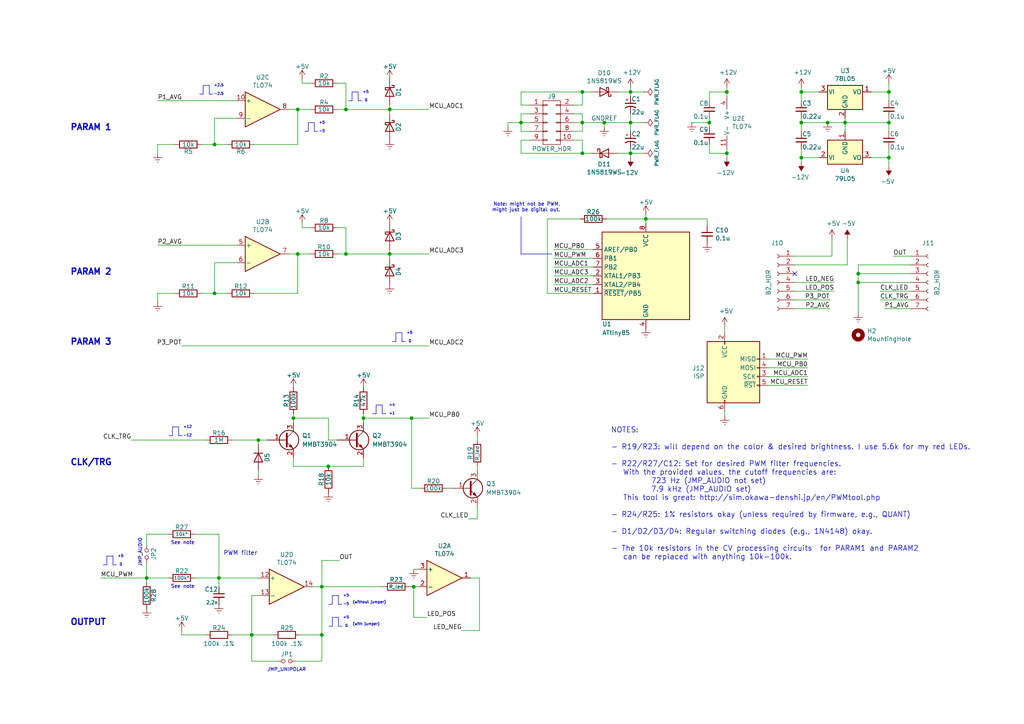
<source format=kicad_sch>
(kicad_sch (version 20230121) (generator eeschema)
  (paper "A4")
  (title_block (title "JoyfulNoise Tiny Utility Board - Board 2 - Main Board") (date "2021-02-06") (rev "0.3") (company "Created by Ben Reeves") (comment 1 "This hardware is open source under CC BY-SA 4.0"))
  (junction (at 232.41 45.72))
  (junction (at 86.36 31.75))
  (junction (at 232.41 26.67))
  (junction (at 73.025 184.15))
  (junction (at 62.23 41.91))
  (junction (at 168.91 35.56))
  (junction (at 257.81 26.67))
  (junction (at 187.325 63.5))
  (junction (at 168.91 44.45))
  (junction (at 257.81 35.56))
  (junction (at 100.33 73.66))
  (junction (at 63.5 167.64))
  (junction (at 248.92 81.915))
  (junction (at 42.545 167.64))
  (junction (at 113.03 31.75))
  (junction (at 119.38 121.285))
  (junction (at 257.81 45.72))
  (junction (at 205.74 35.56))
  (junction (at 182.88 44.45))
  (junction (at 210.82 44.45))
  (junction (at 86.36 73.66))
  (junction (at 245.11 35.56))
  (junction (at 210.82 26.67))
  (junction (at 182.88 26.67))
  (junction (at 74.93 127.635))
  (junction (at 168.91 26.67))
  (junction (at 175.26 35.56))
  (junction (at 105.41 121.285))
  (junction (at 151.13 35.56))
  (junction (at 182.88 35.56))
  (junction (at 248.92 79.375))
  (junction (at 95.25 135.255))
  (junction (at 113.03 73.66))
  (junction (at 93.345 170.18))
  (junction (at 100.33 31.75))
  (junction (at 232.41 35.56))
  (junction (at 240.03 35.56))
  (junction (at 85.09 121.285))
  (junction (at 120.015 170.18))
  (junction (at 62.23 85.09))
  (junction (at 93.345 184.15))
  (no_connect (at 230.505 79.375))
  (wire (pts (xy 68.58 34.29) (xy 62.23 34.29)))
  (wire (pts (xy 100.33 66.04) (xy 100.33 73.66)))
  (polyline (pts (xy 109.093 120.015) (xy 108.077 120.015)))
  (wire (pts (xy 93.345 170.18) (xy 111.125 170.18)))
  (wire (pts (xy 259.08 74.295) (xy 264.16 74.295)))
  (wire (pts (xy 182.88 33.02) (xy 182.88 35.56)))
  (wire (pts (xy 205.74 44.45) (xy 205.74 41.91)))
  (wire (pts (xy 232.41 35.56) (xy 232.41 38.1)))
  (wire (pts (xy 129.54 141.605) (xy 130.81 141.605)))
  (wire (pts (xy 255.27 86.995) (xy 264.16 86.995)))
  (wire (pts (xy 186.69 44.45) (xy 182.88 44.45)))
  (wire (pts (xy 42.545 158.115) (xy 42.545 154.94)))
  (wire (pts (xy 248.92 76.835) (xy 264.16 76.835)))
  (wire (pts (xy 56.515 154.94) (xy 63.5 154.94)))
  (wire (pts (xy 74.93 127.635) (xy 77.47 127.635)))
  (wire (pts (xy 151.13 38.1) (xy 153.67 38.1)))
  (polyline (pts (xy 104.902 29.21) (xy 103.886 29.21)))
  (wire (pts (xy 118.745 170.18) (xy 120.015 170.18)))
  (wire (pts (xy 73.025 191.77) (xy 80.645 191.77)))
  (wire (pts (xy 45.72 85.09) (xy 50.8 85.09)))
  (wire (pts (xy 151.13 40.64) (xy 151.13 44.45)))
  (polyline (pts (xy 99.187 181.61) (xy 98.171 181.61)))
  (wire (pts (xy 42.545 167.64) (xy 42.545 168.91)))
  (polyline (pts (xy 103.886 26.67) (xy 102.108 26.67)))
  (wire (pts (xy 175.26 36.83) (xy 175.26 35.56)))
  (polyline (pts (xy 30.988 163.83) (xy 29.972 163.83)))
  (wire (pts (xy 182.88 26.67) (xy 186.69 26.67)))
  (wire (pts (xy 95.25 127.635) (xy 97.79 127.635)))
  (wire (pts (xy 264.16 84.455) (xy 255.27 84.455)))
  (wire (pts (xy 222.885 106.68) (xy 234.315 106.68)))
  (wire (pts (xy 85.09 120.015) (xy 85.09 121.285)))
  (wire (pts (xy 168.91 26.67) (xy 168.91 30.48)))
  (wire (pts (xy 175.895 63.5) (xy 187.325 63.5)))
  (wire (pts (xy 67.31 184.15) (xy 73.025 184.15)))
  (wire (pts (xy 120.015 179.07) (xy 123.825 179.07)))
  (wire (pts (xy 42.545 163.195) (xy 42.545 167.64)))
  (wire (pts (xy 256.54 89.535) (xy 264.16 89.535)))
  (wire (pts (xy 151.13 26.67) (xy 168.91 26.67)))
  (wire (pts (xy 168.91 33.02) (xy 168.91 35.56)))
  (wire (pts (xy 45.72 29.21) (xy 68.58 29.21)))
  (wire (pts (xy 179.07 26.67) (xy 182.88 26.67)))
  (wire (pts (xy 257.81 26.67) (xy 257.81 29.21)))
  (wire (pts (xy 158.75 85.09) (xy 172.085 85.09)))
  (wire (pts (xy 232.41 43.18) (xy 232.41 45.72)))
  (wire (pts (xy 85.09 132.715) (xy 85.09 135.255)))
  (polyline (pts (xy 114.808 99.06) (xy 113.792 99.06)))
  (polyline (pts (xy 61.722 27.305) (xy 60.706 27.305)))
  (wire (pts (xy 97.79 31.75) (xy 100.33 31.75)))
  (wire (pts (xy 168.91 33.02) (xy 166.37 33.02)))
  (polyline (pts (xy 116.586 99.06) (xy 116.586 96.52)))
  (wire (pts (xy 85.09 121.285) (xy 95.25 121.285)))
  (wire (pts (xy 97.79 73.66) (xy 100.33 73.66)))
  (wire (pts (xy 257.81 43.18) (xy 257.81 45.72)))
  (polyline (pts (xy 102.108 29.21) (xy 101.092 29.21)))
  (wire (pts (xy 52.705 100.33) (xy 124.46 100.33)))
  (polyline (pts (xy 96.393 175.26) (xy 95.377 175.26)))
  (wire (pts (xy 151.13 33.02) (xy 151.13 35.56)))
  (wire (pts (xy 210.185 119.38) (xy 210.185 120.65)))
  (wire (pts (xy 83.82 31.75) (xy 86.36 31.75)))
  (polyline (pts (xy 30.988 161.29) (xy 30.988 163.83)))
  (polyline (pts (xy 89.408 38.1) (xy 88.392 38.1)))
  (polyline (pts (xy 91.186 38.1) (xy 91.186 35.56)))
  (wire (pts (xy 234.315 111.76) (xy 222.885 111.76)))
  (wire (pts (xy 90.805 170.18) (xy 93.345 170.18)))
  (polyline (pts (xy 96.393 172.72) (xy 96.393 175.26)))
  (polyline (pts (xy 116.586 96.52) (xy 114.808 96.52)))
  (wire (pts (xy 240.03 35.56) (xy 245.11 35.56)))
  (wire (pts (xy 86.36 85.09) (xy 86.36 73.66)))
  (wire (pts (xy 38.1 127.635) (xy 59.69 127.635)))
  (wire (pts (xy 179.07 44.45) (xy 182.88 44.45)))
  (wire (pts (xy 68.58 76.2) (xy 62.23 76.2)))
  (wire (pts (xy 264.16 79.375) (xy 248.92 79.375)))
  (polyline (pts (xy 52.832 126.365) (xy 51.816 126.365)))
  (wire (pts (xy 158.75 63.5) (xy 158.75 85.09)))
  (wire (pts (xy 113.03 30.48) (xy 113.03 31.75)))
  (wire (pts (xy 113.03 73.66) (xy 113.03 74.93)))
  (wire (pts (xy 234.315 104.14) (xy 222.885 104.14)))
  (wire (pts (xy 52.705 184.15) (xy 59.69 184.15)))
  (wire (pts (xy 63.5 154.94) (xy 63.5 167.64)))
  (wire (pts (xy 86.36 31.75) (xy 90.17 31.75)))
  (polyline (pts (xy 51.816 123.825) (xy 50.038 123.825)))
  (polyline (pts (xy 51.816 126.365) (xy 51.816 123.825)))
  (wire (pts (xy 232.41 45.72) (xy 232.41 46.99)))
  (polyline (pts (xy 96.393 181.61) (xy 95.377 181.61)))
  (wire (pts (xy 210.82 26.67) (xy 210.82 27.94)))
  (wire (pts (xy 105.41 120.015) (xy 105.41 121.285)))
  (wire (pts (xy 205.105 63.5) (xy 205.105 65.405)))
  (wire (pts (xy 120.015 170.18) (xy 120.015 179.07)))
  (wire (pts (xy 252.73 45.72) (xy 257.81 45.72)))
  (polyline (pts (xy 50.038 126.365) (xy 49.022 126.365)))
  (wire (pts (xy 182.88 43.18) (xy 182.88 44.45)))
  (polyline (pts (xy 33.782 163.83) (xy 32.766 163.83)))
  (wire (pts (xy 232.41 45.72) (xy 237.49 45.72)))
  (wire (pts (xy 245.11 34.29) (xy 245.11 35.56)))
  (wire (pts (xy 93.345 162.56) (xy 98.425 162.56)))
  (wire (pts (xy 119.38 121.285) (xy 119.38 141.605)))
  (wire (pts (xy 29.21 167.64) (xy 42.545 167.64)))
  (polyline (pts (xy 110.871 117.475) (xy 109.093 117.475)))
  (wire (pts (xy 113.03 72.39) (xy 113.03 73.66)))
  (wire (pts (xy 86.36 41.91) (xy 86.36 31.75)))
  (polyline (pts (xy 102.108 26.67) (xy 102.108 29.21)))
  (wire (pts (xy 73.025 184.15) (xy 73.025 191.77)))
  (wire (pts (xy 248.92 81.915) (xy 264.16 81.915)))
  (wire (pts (xy 168.91 38.1) (xy 166.37 38.1)))
  (wire (pts (xy 158.75 63.5) (xy 168.275 63.5)))
  (wire (pts (xy 187.325 62.23) (xy 187.325 63.5)))
  (wire (pts (xy 205.74 44.45) (xy 210.82 44.45)))
  (wire (pts (xy 182.88 44.45) (xy 182.88 45.72)))
  (wire (pts (xy 83.82 73.66) (xy 86.36 73.66)))
  (polyline (pts (xy 98.171 179.07) (xy 96.393 179.07)))
  (wire (pts (xy 182.88 35.56) (xy 186.69 35.56)))
  (wire (pts (xy 87.63 22.86) (xy 87.63 24.13)))
  (wire (pts (xy 240.665 89.535) (xy 230.505 89.535)))
  (wire (pts (xy 56.515 167.64) (xy 63.5 167.64)))
  (wire (pts (xy 75.565 172.72) (xy 73.025 172.72)))
  (wire (pts (xy 232.41 35.56) (xy 240.03 35.56)))
  (wire (pts (xy 73.025 172.72) (xy 73.025 184.15)))
  (wire (pts (xy 74.93 128.905) (xy 74.93 127.635)))
  (wire (pts (xy 232.41 35.56) (xy 232.41 34.29)))
  (wire (pts (xy 200.66 35.56) (xy 205.74 35.56)))
  (wire (pts (xy 182.88 25.4) (xy 182.88 26.67)))
  (wire (pts (xy 105.41 135.255) (xy 105.41 132.715)))
  (wire (pts (xy 210.82 25.4) (xy 210.82 26.67)))
  (polyline (pts (xy 110.871 120.015) (xy 110.871 117.475)))
  (wire (pts (xy 147.32 35.56) (xy 147.32 36.83)))
  (wire (pts (xy 73.66 85.09) (xy 86.36 85.09)))
  (wire (pts (xy 257.81 45.72) (xy 257.81 48.26)))
  (polyline (pts (xy 111.887 120.015) (xy 110.871 120.015)))
  (wire (pts (xy 232.41 26.67) (xy 237.49 26.67)))
  (wire (pts (xy 230.505 81.915) (xy 241.935 81.915)))
  (polyline (pts (xy 50.038 123.825) (xy 50.038 126.365)))
  (wire (pts (xy 85.09 121.285) (xy 85.09 122.555)))
  (wire (pts (xy 45.72 71.12) (xy 68.58 71.12)))
  (polyline (pts (xy 91.186 35.56) (xy 89.408 35.56)))
  (wire (pts (xy 187.325 63.5) (xy 187.325 64.77)))
  (polyline (pts (xy 98.171 172.72) (xy 96.393 172.72)))
  (wire (pts (xy 97.79 66.04) (xy 100.33 66.04)))
  (wire (pts (xy 151.13 26.67) (xy 151.13 30.48)))
  (wire (pts (xy 62.23 85.09) (xy 66.04 85.09)))
  (wire (pts (xy 245.745 76.835) (xy 245.745 69.215)))
  (polyline (pts (xy 92.202 38.1) (xy 91.186 38.1)))
  (wire (pts (xy 45.72 44.45) (xy 45.72 41.91)))
  (wire (pts (xy 138.43 146.685) (xy 138.43 150.495)))
  (wire (pts (xy 105.41 121.285) (xy 105.41 122.555)))
  (wire (pts (xy 175.26 35.56) (xy 182.88 35.56)))
  (wire (pts (xy 168.91 40.64) (xy 166.37 40.64)))
  (wire (pts (xy 100.33 31.75) (xy 113.03 31.75)))
  (wire (pts (xy 100.33 73.66) (xy 113.03 73.66)))
  (wire (pts (xy 97.79 24.13) (xy 100.33 24.13)))
  (wire (pts (xy 93.345 184.15) (xy 86.995 184.15)))
  (wire (pts (xy 63.5 167.64) (xy 75.565 167.64)))
  (polyline (pts (xy 58.928 27.305) (xy 57.912 27.305)))
  (wire (pts (xy 205.74 35.56) (xy 205.74 36.83)))
  (wire (pts (xy 168.91 35.56) (xy 168.91 38.1)))
  (wire (pts (xy 151.13 35.56) (xy 151.13 38.1)))
  (wire (pts (xy 87.63 66.04) (xy 90.17 66.04)))
  (wire (pts (xy 87.63 24.13) (xy 90.17 24.13)))
  (wire (pts (xy 67.31 127.635) (xy 74.93 127.635)))
  (wire (pts (xy 138.43 150.495) (xy 135.89 150.495)))
  (wire (pts (xy 52.705 182.88) (xy 52.705 184.15)))
  (wire (pts (xy 86.36 73.66) (xy 90.17 73.66)))
  (wire (pts (xy 87.63 64.77) (xy 87.63 66.04)))
  (wire (pts (xy 113.03 73.66) (xy 124.46 73.66)))
  (wire (pts (xy 45.72 87.63) (xy 45.72 85.09)))
  (polyline (pts (xy 109.093 117.475) (xy 109.093 120.015)))
  (wire (pts (xy 93.345 191.77) (xy 85.725 191.77)))
  (wire (pts (xy 160.655 80.01) (xy 172.085 80.01)))
  (wire (pts (xy 168.91 26.67) (xy 171.45 26.67)))
  (wire (pts (xy 234.315 109.22) (xy 222.885 109.22)))
  (wire (pts (xy 172.085 82.55) (xy 160.655 82.55)))
  (polyline (pts (xy 60.706 24.765) (xy 58.928 24.765)))
  (wire (pts (xy 168.91 44.45) (xy 171.45 44.45)))
  (wire (pts (xy 182.88 26.67) (xy 182.88 27.94)))
  (wire (pts (xy 153.67 33.02) (xy 151.13 33.02)))
  (wire (pts (xy 172.085 72.39) (xy 160.655 72.39)))
  (wire (pts (xy 205.74 26.67) (xy 205.74 29.21)))
  (wire (pts (xy 58.42 41.91) (xy 62.23 41.91)))
  (polyline (pts (xy 103.886 29.21) (xy 103.886 26.67)))
  (wire (pts (xy 133.985 182.88) (xy 139.065 182.88)))
  (wire (pts (xy 42.545 167.64) (xy 48.895 167.64)))
  (wire (pts (xy 63.5 167.64) (xy 63.5 170.18)))
  (wire (pts (xy 119.38 121.285) (xy 124.46 121.285)))
  (wire (pts (xy 93.345 170.18) (xy 93.345 184.15)))
  (wire (pts (xy 230.505 74.295) (xy 241.3 74.295)))
  (wire (pts (xy 248.92 81.915) (xy 248.92 90.805)))
  (wire (pts (xy 205.74 26.67) (xy 210.82 26.67)))
  (wire (pts (xy 42.545 154.94) (xy 48.895 154.94)))
  (wire (pts (xy 232.41 25.4) (xy 232.41 26.67)))
  (wire (pts (xy 105.41 121.285) (xy 119.38 121.285)))
  (wire (pts (xy 138.43 126.365) (xy 138.43 127.635)))
  (polyline (pts (xy 60.706 27.305) (xy 60.706 24.765)))
  (wire (pts (xy 210.82 45.72) (xy 210.82 44.45)))
  (wire (pts (xy 151.13 44.45) (xy 168.91 44.45)))
  (wire (pts (xy 230.505 76.835) (xy 245.745 76.835)))
  (polyline (pts (xy 89.408 35.56) (xy 89.408 38.1)))
  (polyline (pts (xy 58.928 24.765) (xy 58.928 27.305)))
  (wire (pts (xy 245.11 35.56) (xy 257.81 35.56)))
  (wire (pts (xy 160.655 74.93) (xy 172.085 74.93)))
  (wire (pts (xy 139.065 167.64) (xy 136.525 167.64)))
  (wire (pts (xy 153.67 40.64) (xy 151.13 40.64)))
  (wire (pts (xy 182.88 35.56) (xy 182.88 38.1)))
  (wire (pts (xy 166.37 35.56) (xy 168.91 35.56)))
  (wire (pts (xy 248.92 79.375) (xy 248.92 76.835)))
  (wire (pts (xy 147.32 35.56) (xy 151.13 35.56)))
  (wire (pts (xy 245.11 38.1) (xy 245.11 35.56)))
  (polyline (pts (xy 151.13 73.66) (xy 160.02 73.66)))
  (polyline (pts (xy 98.171 181.61) (xy 98.171 179.07)))
  (polyline (pts (xy 114.808 96.52) (xy 114.808 99.06)))
  (wire (pts (xy 62.23 41.91) (xy 66.04 41.91)))
  (wire (pts (xy 45.72 41.91) (xy 50.8 41.91)))
  (wire (pts (xy 113.03 31.75) (xy 124.46 31.75)))
  (wire (pts (xy 232.41 26.67) (xy 232.41 29.21)))
  (wire (pts (xy 187.325 63.5) (xy 205.105 63.5)))
  (wire (pts (xy 168.91 35.56) (xy 175.26 35.56)))
  (wire (pts (xy 257.81 24.13) (xy 257.81 26.67)))
  (wire (pts (xy 151.13 30.48) (xy 153.67 30.48)))
  (polyline (pts (xy 98.171 175.26) (xy 98.171 172.72)))
  (wire (pts (xy 74.93 136.525) (xy 74.93 137.795)))
  (wire (pts (xy 210.185 96.52) (xy 210.185 94.615)))
  (wire (pts (xy 95.25 135.255) (xy 105.41 135.255)))
  (polyline (pts (xy 151.13 62.865) (xy 151.13 73.66)))
  (wire (pts (xy 241.3 69.215) (xy 241.3 74.295)))
  (wire (pts (xy 93.345 184.15) (xy 93.345 191.77)))
  (wire (pts (xy 73.025 184.15) (xy 79.375 184.15)))
  (wire (pts (xy 100.33 24.13) (xy 100.33 31.75)))
  (polyline (pts (xy 117.602 99.06) (xy 116.586 99.06)))
  (wire (pts (xy 121.285 165.1) (xy 120.015 165.1)))
  (wire (pts (xy 73.66 41.91) (xy 86.36 41.91)))
  (wire (pts (xy 139.065 182.88) (xy 139.065 167.64)))
  (polyline (pts (xy 32.766 161.29) (xy 30.988 161.29)))
  (wire (pts (xy 210.82 44.45) (xy 210.82 43.18)))
  (polyline (pts (xy 96.393 179.07) (xy 96.393 181.61)))
  (wire (pts (xy 252.73 26.67) (xy 257.81 26.67)))
  (wire (pts (xy 62.23 76.2) (xy 62.23 85.09)))
  (wire (pts (xy 257.81 34.29) (xy 257.81 35.56)))
  (wire (pts (xy 248.92 81.915) (xy 248.92 79.375)))
  (wire (pts (xy 205.74 34.29) (xy 205.74 35.56)))
  (wire (pts (xy 58.42 85.09) (xy 62.23 85.09)))
  (wire (pts (xy 113.03 31.75) (xy 113.03 33.02)))
  (wire (pts (xy 62.23 34.29) (xy 62.23 41.91)))
  (wire (pts (xy 120.015 170.18) (xy 121.285 170.18)))
  (wire (pts (xy 168.91 40.64) (xy 168.91 44.45)))
  (wire (pts (xy 168.91 30.48) (xy 166.37 30.48)))
  (wire (pts (xy 95.25 121.285) (xy 95.25 127.635)))
  (wire (pts (xy 230.505 84.455) (xy 241.935 84.455)))
  (wire (pts (xy 119.38 141.605) (xy 121.92 141.605)))
  (wire (pts (xy 138.43 135.255) (xy 138.43 136.525)))
  (wire (pts (xy 230.505 86.995) (xy 240.665 86.995)))
  (wire (pts (xy 85.09 135.255) (xy 95.25 135.255)))
  (wire (pts (xy 257.81 35.56) (xy 257.81 38.1)))
  (wire (pts (xy 93.345 162.56) (xy 93.345 170.18)))
  (wire (pts (xy 151.13 35.56) (xy 153.67 35.56)))
  (polyline (pts (xy 99.187 175.26) (xy 98.171 175.26)))
  (wire (pts (xy 172.085 77.47) (xy 160.655 77.47)))
  (polyline (pts (xy 32.766 163.83) (xy 32.766 161.29)))
  (text "OUTPUT" (at 20.32 181.61 0) (effects (font (size 1.778 1.778) (thickness 0.3556) bold) (justify left bottom)))
  (text "JMP_AUDIO" (at 41.275 164.465 90) (effects (font (size 1.016 1.016)) (justify left bottom)))
  (text "+5\n\n-5" (at 92.456 38.608 0) (effects (font (size 0.762 0.762)) (justify left bottom)))
  (text "Note: might not be PWM,\nmight just be digital out." (at 162.56 61.595 0) (effects (font (size 1.016 1.016)) (justify right bottom)))
  (text "CLK/TRG" (at 20.32 135.255 0) (effects (font (size 1.778 1.778) (thickness 0.3556) bold) (justify left bottom)))
  (text "NOTES:\n\n- R19/R23: will depend on the color & desired brightness. I use 5.6k for my red LEDs.\n\n- R22/R27/C12: Set for desired PWM filter frequencies.\n   With the provided values, the cutoff frequencies are:\n          723 Hz (JMP_AUDIO not set)\n          7.9 kHz (JMP_AUDIO set)\n   This tool is great: http://sim.okawa-denshi.jp/en/PWMtool.php\n\n- R24/R25: 1% resistors okay (unless required by firmware, e.g., QUANT)\n\n- D1/D2/D3/D4: Regular switching diodes (e.g., 1N4148) okay.\n\n- The 10k resistors in the CV processing circuits  for PARAM1 and PARAM2\n   can be replaced with anything 10k-100k." (at 177.165 162.56 0) (effects (font (size 1.524 1.524)) (justify left bottom)))
  (text "See note" (at 49.53 170.815 0) (effects (font (size 1.016 1.016)) (justify left bottom)))
  (text "+5\n\n 0" (at 99.441 182.118 0) (effects (font (size 0.762 0.762)) (justify left bottom)))
  (text "JMP_UNIPOLAR" (at 77.47 194.945 0) (effects (font (size 1.016 1.016)) (justify left bottom)))
  (text "+5\n\n 0" (at 105.156 29.718 0) (effects (font (size 0.762 0.762)) (justify left bottom)))
  (text "+4\n\n+1" (at 112.776 120.523 0) (effects (font (size 0.762 0.762)) (justify left bottom)))
  (text "+5\n\n 0" (at 34.036 164.338 0) (effects (font (size 0.762 0.762)) (justify left bottom)))
  (text "(with jumper)" (at 102.235 181.61 0) (effects (font (size 0.762 0.762)) (justify left bottom)))
  (text "(without jumper)" (at 102.235 175.26 0) (effects (font (size 0.762 0.762)) (justify left bottom)))
  (text "PWM filter" (at 64.77 161.29 0) (effects (font (size 1.27 1.27)) (justify left bottom)))
  (text "+12\n\n-12" (at 53.086 126.873 0) (effects (font (size 0.762 0.762)) (justify left bottom)))
  (text "PARAM 3" (at 20.32 100.33 0) (effects (font (size 1.778 1.778) (thickness 0.3556) bold) (justify left bottom)))
  (text "+2.5\n\n-2.5" (at 61.976 27.813 0) (effects (font (size 0.762 0.762)) (justify left bottom)))
  (text "PARAM 2" (at 20.32 80.01 0) (effects (font (size 1.778 1.778) (thickness 0.3556) bold) (justify left bottom)))
  (text "+5\n\n 0" (at 117.856 99.568 0) (effects (font (size 0.762 0.762)) (justify left bottom)))
  (text "PARAM 1" (at 20.32 38.1 0) (effects (font (size 1.778 1.778) (thickness 0.3556) bold) (justify left bottom)))
  (text "+5\n\n-5" (at 99.441 175.768 0) (effects (font (size 0.762 0.762)) (justify left bottom)))
  (text "See note" (at 49.53 158.115 0) (effects (font (size 1.016 1.016)) (justify left bottom)))
  (label "CLK_TRG" (at 255.27 86.995 0))
  (label "MCU_PWM" (at 234.315 104.14 180))
  (label "MCU_ADC2" (at 160.655 82.55 0))
  (label "MCU_PB0" (at 234.315 106.68 180))
  (label "CLK_LED" (at 135.89 150.495 180))
  (label "MCU_ADC3" (at 160.655 80.01 0))
  (label "P1_AVG" (at 256.54 89.535 0))
  (label "OUT" (at 98.425 162.56 0))
  (label "P3_POT" (at 52.705 100.33 180))
  (label "MCU_PB0" (at 124.46 121.285 0))
  (label "MCU_PWM" (at 29.21 167.64 0))
  (label "LED_NEG" (at 241.935 81.915 180))
  (label "MCU_ADC1" (at 160.655 77.47 0))
  (label "MCU_ADC3" (at 124.46 73.66 0))
  (label "P3_POT" (at 240.665 86.995 180))
  (label "MCU_ADC2" (at 124.46 100.33 0))
  (label "MCU_RESET" (at 234.315 111.76 180))
  (label "MCU_ADC1" (at 124.46 31.75 0))
  (label "CLK_LED" (at 255.27 84.455 0))
  (label "P2_AVG" (at 45.72 71.12 0))
  (label "LED_POS" (at 241.935 84.455 180))
  (label "MCU_PB0" (at 160.655 72.39 0))
  (label "P1_AVG" (at 45.72 29.21 0))
  (label "P2_AVG" (at 240.665 89.535 180))
  (label "MCU_PWM" (at 160.655 74.93 0))
  (label "CLK_TRG" (at 38.1 127.635 180))
  (label "LED_POS" (at 123.825 179.07 0))
  (label "LED_NEG" (at 133.985 182.88 180))
  (label "MCU_ADC1" (at 234.315 109.22 180))
  (label "OUT" (at 259.08 74.295 0))
  (label "MCU_RESET" (at 160.655 85.09 0))
  (symbol (lib_id "Device:C_Small") (at 205.105 67.945 0) (unit 1)
    (property "Reference" "C10" (at 207.4418 66.7766 0) (effects (justify left)))
    (property "Value" "0.1u" (at 207.4418 69.088 0) (effects (justify left)))
    (property "Footprint" "Capacitor_SMD:C_0805_2012Metric_Pad1.18x1.45mm_HandSolder" (effects hide))
    (property "LCSC" "C49678" (effects hide))
    (property "SMT Place" "Yes" (effects hide))
    (property "SMT package" "C_0805" (effects hide))
    (property "Type" "Ceramic cap" (effects hide))
  )
  (symbol (lib_id "Device:R") (at 69.85 41.91 90) (mirror x) (unit 1)
    (property "Reference" "R6" (at 69.85 43.942 90))
    (property "Value" "10k" (at 69.85 41.91 90))
    (property "Footprint" "Resistor_SMD:R_0805_2012Metric_Pad1.20x1.40mm_HandSolder" (effects hide))
    (property "Tolerance" "1%" (effects hide))
    (property "LCSC" "C17414" (effects hide))
    (property "SMT Place" "Yes" (effects hide))
    (property "SMT package" "R_0805" (effects hide))
    (property "Type" "1% Metal Film Resistor" (effects hide))
  )
  (symbol (lib_id "Device:R") (at 54.61 41.91 90) (mirror x) (unit 1)
    (property "Reference" "R5" (at 54.61 43.942 90))
    (property "Value" "10k" (at 54.61 41.91 90))
    (property "Footprint" "Resistor_SMD:R_0805_2012Metric_Pad1.20x1.40mm_HandSolder" (effects hide))
    (property "Tolerance" "1%" (effects hide))
    (property "LCSC" "C17414" (effects hide))
    (property "SMT Place" "Yes" (effects hide))
    (property "SMT package" "R_0805" (effects hide))
    (property "Type" "1% Metal Film Resistor" (effects hide))
  )
  (symbol (lib_id "Device:R") (at 93.98 31.75 90) (unit 1)
    (property "Reference" "R4" (at 93.98 29.718 90))
    (property "Value" "10k" (at 93.98 31.75 90))
    (property "Footprint" "Resistor_SMD:R_0805_2012Metric_Pad1.20x1.40mm_HandSolder" (effects hide))
    (property "Tolerance" "1%" (effects hide))
    (property "LCSC" "C17414" (effects hide))
    (property "SMT Place" "Yes" (effects hide))
    (property "SMT package" "R_0805" (effects hide))
    (property "Type" "1% Metal Film Resistor" (effects hide))
  )
  (symbol (lib_id "Device:R") (at 93.98 24.13 90) (unit 1)
    (property "Reference" "R2" (at 93.98 22.098 90))
    (property "Value" "10k" (at 93.98 24.13 90))
    (property "Footprint" "Resistor_SMD:R_0805_2012Metric_Pad1.20x1.40mm_HandSolder" (effects hide))
    (property "Tolerance" "1%" (effects hide))
    (property "LCSC" "C17414" (effects hide))
    (property "SMT Place" "Yes" (effects hide))
    (property "SMT package" "R_0805" (effects hide))
    (property "Type" "1% Metal Film Resistor" (effects hide))
  )
  (symbol (lib_id "power:GNDREF") (at 45.72 44.45 0) (unit 1)
    (property "Reference" "#PWR024" (effects hide))
    (property "Value" "GNDREF" (effects hide))
  )
  (symbol (lib_id "power:+5V") (at 87.63 22.86 0) (unit 1)
    (property "Reference" "#PWR025" (effects hide))
    (property "Value" "+5V" (at 87.63 19.304 0))
  )
  (symbol (lib_id "Device:D_Schottky") (at 113.03 26.67 270) (unit 1)
    (property "Reference" "D1" (at 115.57 26.67 0))
    (property "Value" "1N5819WS" (effects hide))
    (property "Footprint" "Diode_SMD:D_SOD-323_HandSoldering" (effects hide))
    (property "Note" "1N4148 okay" (effects hide))
    (property "LCSC" "C191023" (effects hide))
    (property "SMT Place" "Yes" (effects hide))
    (property "SMT Note" "BAT54: C21107 (extended)" (effects hide))
    (property "SMT package" "SOD-323" (effects hide))
    (property "Type" "Schottky clamping diode" (effects hide))
  )
  (symbol (lib_id "Device:D_Schottky") (at 113.03 36.83 270) (unit 1)
    (property "Reference" "D2" (at 115.57 36.83 0))
    (property "Value" "1N5819WS" (effects hide))
    (property "Footprint" "Diode_SMD:D_SOD-323_HandSoldering" (effects hide))
    (property "Note" "1N4148 okay" (effects hide))
    (property "LCSC" "C191023" (effects hide))
    (property "SMT Place" "Yes" (effects hide))
    (property "SMT Note" "BAT54: C21107 (extended)" (effects hide))
    (property "SMT package" "SOD-323" (effects hide))
    (property "Type" "Schottky clamping diode" (effects hide))
  )
  (symbol (lib_id "power:+5V") (at 113.03 22.86 0) (unit 1)
    (property "Reference" "#PWR026" (effects hide))
    (property "Value" "+5V" (at 113.03 19.304 0))
  )
  (symbol (lib_id "power:GNDREF") (at 113.03 40.64 0) (unit 1)
    (property "Reference" "#PWR027" (effects hide))
    (property "Value" "GNDREF" (effects hide))
  )
  (symbol (lib_id "JNTUB-rescue:Conn_01x07_Female-Connector") (at 225.425 81.915 0) (mirror y) (unit 1)
    (property "Reference" "J10" (at 225.425 70.485 0))
    (property "Value" "B2_HDR" (at 222.885 81.915 90))
    (property "Footprint" "Pin_Headers:Pin_Header_Straight_1x07_Pitch2.54mm" (effects hide))
    (property "Config" "-smtmfg" (effects hide))
    (property "Type" "1x7 Female Pin Header" (effects hide))
  )
  (symbol (lib_id "JNTUB-rescue:Conn_01x07_Female-Connector") (at 269.24 81.915 0) (unit 1)
    (property "Reference" "J11" (at 269.24 70.485 0))
    (property "Value" "B2_HDR" (at 271.78 81.915 90))
    (property "Footprint" "Pin_Headers:Pin_Header_Straight_1x07_Pitch2.54mm" (effects hide))
    (property "Config" "-smtmfg" (effects hide))
    (property "Type" "1x7 Female Pin Header" (effects hide))
  )
  (symbol (lib_id "Device:R") (at 69.85 85.09 270) (mirror x) (unit 1)
    (property "Reference" "R12" (at 69.85 83.058 90))
    (property "Value" "10k" (at 69.85 85.09 90))
    (property "Footprint" "Resistor_SMD:R_0805_2012Metric_Pad1.20x1.40mm_HandSolder" (effects hide))
    (property "Tolerance" "1%" (effects hide))
    (property "LCSC" "C17414" (effects hide))
    (property "SMT Place" "Yes" (effects hide))
    (property "SMT package" "R_0805" (effects hide))
    (property "Type" "1% Metal Film Resistor" (effects hide))
  )
  (symbol (lib_id "Device:R") (at 54.61 85.09 90) (unit 1)
    (property "Reference" "R11" (at 54.61 83.058 90))
    (property "Value" "10k" (at 54.61 85.09 90))
    (property "Footprint" "Resistor_SMD:R_0805_2012Metric_Pad1.20x1.40mm_HandSolder" (effects hide))
    (property "Tolerance" "1%" (effects hide))
    (property "LCSC" "C17414" (effects hide))
    (property "SMT Place" "Yes" (effects hide))
    (property "SMT package" "R_0805" (effects hide))
    (property "Type" "1% Metal Film Resistor" (effects hide))
  )
  (symbol (lib_id "Device:R") (at 93.98 73.66 90) (unit 1)
    (property "Reference" "R10" (at 93.98 71.628 90))
    (property "Value" "10k" (at 93.98 73.66 90))
    (property "Footprint" "Resistor_SMD:R_0805_2012Metric_Pad1.20x1.40mm_HandSolder" (effects hide))
    (property "Tolerance" "1%" (effects hide))
    (property "LCSC" "C17414" (effects hide))
    (property "SMT Place" "Yes" (effects hide))
    (property "SMT package" "R_0805" (effects hide))
    (property "Type" "1% Metal Film Resistor" (effects hide))
  )
  (symbol (lib_id "Device:R") (at 93.98 66.04 90) (unit 1)
    (property "Reference" "R8" (at 93.98 64.008 90))
    (property "Value" "10k" (at 93.98 66.04 90))
    (property "Footprint" "Resistor_SMD:R_0805_2012Metric_Pad1.20x1.40mm_HandSolder" (effects hide))
    (property "Tolerance" "1%" (effects hide))
    (property "LCSC" "C17414" (effects hide))
    (property "SMT Place" "Yes" (effects hide))
    (property "SMT package" "R_0805" (effects hide))
    (property "Type" "1% Metal Film Resistor" (effects hide))
  )
  (symbol (lib_id "power:GNDREF") (at 45.72 87.63 0) (unit 1)
    (property "Reference" "#PWR028" (effects hide))
    (property "Value" "GNDREF" (effects hide))
  )
  (symbol (lib_id "power:+5V") (at 87.63 64.77 0) (unit 1)
    (property "Reference" "#PWR029" (effects hide))
    (property "Value" "+5V" (at 87.63 61.214 0))
  )
  (symbol (lib_id "Device:D_Schottky") (at 113.03 68.58 270) (unit 1)
    (property "Reference" "D3" (at 115.57 68.58 0))
    (property "Value" "1N5819WS" (effects hide))
    (property "Footprint" "Diode_SMD:D_SOD-323_HandSoldering" (effects hide))
    (property "Note" "1N4148 okay" (effects hide))
    (property "LCSC" "C191023" (effects hide))
    (property "SMT Place" "Yes" (effects hide))
    (property "SMT Note" "BAT54: C21107 (extended)" (effects hide))
    (property "SMT package" "SOD-323" (effects hide))
    (property "Type" "Schottky clamping diode" (effects hide))
  )
  (symbol (lib_id "Device:D_Schottky") (at 113.03 78.74 270) (unit 1)
    (property "Reference" "D4" (at 115.57 78.74 0))
    (property "Value" "1N5819WS" (effects hide))
    (property "Footprint" "Diode_SMD:D_SOD-323_HandSoldering" (effects hide))
    (property "Note" "1N4148 okay" (effects hide))
    (property "LCSC" "C191023" (effects hide))
    (property "SMT Place" "Yes" (effects hide))
    (property "SMT Note" "BAT54: C21107 (extended)" (effects hide))
    (property "SMT package" "SOD-323" (effects hide))
    (property "Type" "Schottky clamping diode" (effects hide))
  )
  (symbol (lib_id "power:+5V") (at 113.03 64.77 0) (unit 1)
    (property "Reference" "#PWR030" (effects hide))
    (property "Value" "+5V" (at 113.03 61.214 0))
  )
  (symbol (lib_id "power:GNDREF") (at 113.03 82.55 0) (unit 1)
    (property "Reference" "#PWR031" (effects hide))
    (property "Value" "GNDREF" (effects hide))
  )
  (symbol (lib_id "Device:R") (at 63.5 127.635 270) (mirror x) (unit 1)
    (property "Reference" "R16" (at 63.5 125.603 90))
    (property "Value" "1M" (at 63.5 127.635 90))
    (property "Footprint" "Resistor_SMD:R_0805_2012Metric_Pad1.20x1.40mm_HandSolder" (effects hide))
    (property "SMT Place" "Yes" (effects hide))
    (property "LCSC" "C17514" (effects hide))
    (property "SMT package" "R_0805" (effects hide))
    (property "Type" "5% Carbon Film Resistor" (effects hide))
  )
  (symbol (lib_id "Transistor_BJT:MMBT3904") (at 82.55 127.635 0) (unit 1)
    (property "Reference" "Q1" (at 87.63 126.365 0) (effects (justify left)))
    (property "Value" "MMBT3904" (at 87.63 128.905 0) (effects (justify left)))
    (property "Footprint" "Package_TO_SOT_SMD:SOT-23" (effects hide))
    (property "Datasheet" "https://www.onsemi.com/pdf/datasheet/pzt3904-d.pdf" (effects hide))
    (property "LCSC" "C20526" (effects hide))
    (property "SMT Place" "Yes" (effects hide))
    (property "SMT package" "SOT-23" (effects hide))
    (property "Type" "NPN Transistor" (effects hide))
    (property "JLCPCB Rotation Offset" "180" (effects hide))
  )
  (symbol (lib_id "Transistor_BJT:MMBT3904") (at 102.87 127.635 0) (unit 1)
    (property "Reference" "Q2" (at 107.95 126.365 0) (effects (justify left)))
    (property "Value" "MMBT3904" (at 107.95 128.905 0) (effects (justify left)))
    (property "Footprint" "Package_TO_SOT_SMD:SOT-23" (effects hide))
    (property "Datasheet" "https://www.onsemi.com/pdf/datasheet/pzt3904-d.pdf" (effects hide))
    (property "LCSC" "C20526" (effects hide))
    (property "SMT Place" "Yes" (effects hide))
    (property "SMT package" "SOT-23" (effects hide))
    (property "Type" "NPN Transistor" (effects hide))
    (property "JLCPCB Rotation Offset" "180" (effects hide))
  )
  (symbol (lib_id "Device:R") (at 95.25 139.065 180) (unit 1)
    (property "Reference" "R18" (at 93.218 139.065 90))
    (property "Value" "10k" (at 95.25 139.065 90))
    (property "Footprint" "Resistor_SMD:R_0805_2012Metric_Pad1.20x1.40mm_HandSolder" (effects hide))
    (property "Tolerance" "1%" (effects hide))
    (property "LCSC" "C17414" (effects hide))
    (property "SMT Place" "Yes" (effects hide))
    (property "SMT package" "R_0805" (effects hide))
    (property "Type" "1% Metal Film Resistor" (effects hide))
  )
  (symbol (lib_id "power:GNDREF") (at 95.25 142.875 0) (unit 1)
    (property "Reference" "#PWR033" (effects hide))
    (property "Value" "GNDREF" (effects hide))
  )
  (symbol (lib_id "Device:R") (at 85.09 116.205 180) (unit 1)
    (property "Reference" "R13" (at 83.058 116.205 90))
    (property "Value" "100k" (at 85.09 116.205 90))
    (property "Footprint" "Resistor_SMD:R_0805_2012Metric_Pad1.20x1.40mm_HandSolder" (effects hide))
    (property "SMT Place" "Yes" (effects hide))
    (property "LCSC" "C149504" (effects hide))
    (property "SMT package" "R_0805" (effects hide))
    (property "Type" "5% Carbon Film Resistor" (effects hide))
  )
  (symbol (lib_id "power:+5V") (at 85.09 112.395 0) (unit 1)
    (property "Reference" "#PWR034" (effects hide))
    (property "Value" "+5V" (at 85.09 108.839 0))
  )
  (symbol (lib_id "Device:R") (at 105.41 116.205 0) (mirror y) (unit 1)
    (property "Reference" "R14" (at 103.378 116.205 90))
    (property "Value" "47k" (at 105.41 116.205 90))
    (property "Footprint" "Resistor_SMD:R_0805_2012Metric_Pad1.20x1.40mm_HandSolder" (effects hide))
    (property "LCSC" "C17713" (effects hide))
    (property "SMT Place" "Yes" (effects hide))
    (property "SMT package" "R_0805" (effects hide))
    (property "Type" "5% Carbon Film Resistor" (effects hide))
  )
  (symbol (lib_id "power:+5V") (at 105.41 112.395 0) (unit 1)
    (property "Reference" "#PWR035" (effects hide))
    (property "Value" "+5V" (at 105.41 108.839 0))
  )
  (symbol (lib_id "Device:R") (at 125.73 141.605 270) (mirror x) (unit 1)
    (property "Reference" "R20" (at 125.73 139.573 90))
    (property "Value" "100k" (at 125.73 141.605 90))
    (property "Footprint" "Resistor_SMD:R_0805_2012Metric_Pad1.20x1.40mm_HandSolder" (effects hide))
    (property "SMT Place" "Yes" (effects hide))
    (property "LCSC" "C149504" (effects hide))
    (property "SMT package" "R_0805" (effects hide))
    (property "Type" "5% Carbon Film Resistor" (effects hide))
  )
  (symbol (lib_id "Transistor_BJT:MMBT3904") (at 135.89 141.605 0) (unit 1)
    (property "Reference" "Q3" (at 140.97 140.335 0) (effects (justify left)))
    (property "Value" "MMBT3904" (at 140.97 142.875 0) (effects (justify left)))
    (property "Footprint" "Package_TO_SOT_SMD:SOT-23" (effects hide))
    (property "Datasheet" "https://www.onsemi.com/pdf/datasheet/pzt3904-d.pdf" (effects hide))
    (property "LCSC" "C20526" (effects hide))
    (property "SMT Place" "Yes" (effects hide))
    (property "SMT package" "SOT-23" (effects hide))
    (property "Type" "NPN Transistor" (effects hide))
    (property "JLCPCB Rotation Offset" "180" (effects hide))
  )
  (symbol (lib_id "Device:R") (at 138.43 131.445 0) (mirror y) (unit 1)
    (property "Reference" "R19" (at 136.398 131.445 90))
    (property "Value" "R_led" (at 138.43 131.445 90) (effects (font (size 1.016 1.016))))
    (property "Footprint" "Resistor_THT:R_Axial_DIN0204_L3.6mm_D1.6mm_P2.54mm_Vertical" (effects hide))
    (property "Note" "220 ohm or 5.6k, varies by LED" (effects hide))
    (property "Config" "-smtmfg" (effects hide))
    (property "SMT package" "Through-hole (can fit 0603)" (effects hide))
    (property "Type" "5% Carbon Film Resistor" (effects hide))
    (property "LCSC" "C17557" (effects hide))
  )
  (symbol (lib_id "power:GNDREF") (at 205.105 70.485 0) (unit 1)
    (property "Reference" "#PWR058" (effects hide))
    (property "Value" "GNDREF" (effects hide))
  )
  (symbol (lib_id "Device:R") (at 83.185 184.15 90) (unit 1)
    (property "Reference" "R25" (at 83.185 182.118 90))
    (property "Value" "100k .1%" (at 83.185 186.69 90))
    (property "Footprint" "Resistor_SMD:R_0805_2012Metric_Pad1.20x1.40mm_HandSolder" (effects hide))
    (property "Note" "1% okay if high precision not needed" (effects hide))
    (property "Tolerance" "0.1%" (effects hide))
    (property "SMT Place" "Yes" (effects hide))
    (property "LCSC" "C149504" (effects hide))
    (property "SMT Note" "0.1%: C55868 (extended)" (effects hide))
    (property "SMT package" "R_0805" (effects hide))
    (property "Type" "0.1% Metal Film Resistor" (effects hide))
  )
  (symbol (lib_id "Device:R") (at 63.5 184.15 90) (unit 1)
    (property "Reference" "R24" (at 63.5 182.118 90))
    (property "Value" "100k .1%" (at 63.5 186.69 90))
    (property "Footprint" "Resistor_SMD:R_0805_2012Metric_Pad1.20x1.40mm_HandSolder" (effects hide))
    (property "Note" "1% okay if high precision not needed" (effects hide))
    (property "Tolerance" "0.1%" (effects hide))
    (property "SMT Place" "Yes" (effects hide))
    (property "LCSC" "C149504" (effects hide))
    (property "SMT Note" "0.1%: C55868 (extended)" (effects hide))
    (property "SMT package" "R_0805" (effects hide))
    (property "Type" "0.1% Metal Film Resistor" (effects hide))
  )
  (symbol (lib_id "JNTUB-rescue:Jumper_NO_Small-Device") (at 83.185 191.77 0) (unit 1)
    (property "Reference" "JP1" (at 83.185 189.738 0))
    (property "Value" "JMP" (effects hide))
    (property "Footprint" "Pin_Headers:Pin_Header_Straight_1x02_Pitch2.54mm" (effects hide))
    (property "Note" "Plus 2x jumpers. Alternatively, you can solder in some wire." (effects hide))
    (property "Config" "-smtmfg" (effects hide))
    (property "Type" "1x2 Male Pin Header" (effects hide))
  )
  (symbol (lib_id "power:+5V") (at 52.705 182.88 0) (unit 1)
    (property "Reference" "#PWR037" (effects hide))
    (property "Value" "+5V" (at 52.705 179.324 0))
  )
  (symbol (lib_id "Device:C_Small") (at 63.5 172.72 0) (mirror y) (unit 1)
    (property "Reference" "C12" (at 63.246 170.942 0) (effects (justify left)))
    (property "Value" "2.2n" (at 63.246 174.752 0) (effects (font (size 1.016 1.016)) (justify left)))
    (property "Footprint" "Capacitor_SMD:C_0805_2012Metric_Pad1.18x1.45mm_HandSolder" (effects hide))
    (property "LCSC" "C28260" (effects hide))
    (property "SMT Place" "Yes" (effects hide))
    (property "SMT Value" "2.2n" (effects hide))
    (property "Note" "See note about PWM filter" (effects hide))
    (property "SMT package" "C_0805" (effects hide))
    (property "Type" "Mylar / poly cap" (effects hide))
  )
  (symbol (lib_id "power:GNDREF") (at 63.5 175.26 0) (unit 1)
    (property "Reference" "#PWR038" (effects hide))
    (property "Value" "GNDREF" (effects hide))
  )
  (symbol (lib_id "Device:R") (at 52.705 167.64 90) (unit 1)
    (property "Reference" "R22" (at 52.705 165.608 90))
    (property "Value" "100k*" (at 52.705 167.64 90) (effects (font (size 1.016 1.016))))
    (property "Footprint" "Resistor_SMD:R_0805_2012Metric_Pad1.20x1.40mm_HandSolder" (effects hide))
    (property "SMT Place" "Yes" (effects hide))
    (property "SMT Value" "68k" (effects hide))
    (property "LCSC" "C149504" (effects hide))
    (property "Note" "See note about PWM filter" (effects hide))
    (property "SMT package" "R_0805" (effects hide))
    (property "Type" "1% Metal Film Resistor" (effects hide))
  )
  (symbol (lib_id "power:GNDREF") (at 120.015 165.1 0) (unit 1)
    (property "Reference" "#PWR039" (effects hide))
    (property "Value" "GNDREF" (effects hide))
  )
  (symbol (lib_id "Device:R") (at 114.935 170.18 270) (mirror x) (unit 1)
    (property "Reference" "R23" (at 114.935 168.148 90))
    (property "Value" "R_led" (at 114.935 170.18 90) (effects (font (size 1.016 1.016))))
    (property "Footprint" "Resistor_THT:R_Axial_DIN0204_L3.6mm_D1.6mm_P2.54mm_Vertical" (effects hide))
    (property "Note" "220 ohm or 5.6k, varies by LED" (effects hide))
    (property "Config" "-smtmfg" (effects hide))
    (property "SMT package" "Through-hole (can fit 0603)" (effects hide))
    (property "Type" "5% Carbon Film Resistor" (effects hide))
    (property "LCSC" "C17557" (effects hide))
  )
  (symbol (lib_id "Amplifier_Operational:TL074") (at 76.2 31.75 0) (unit 3)
    (property "Reference" "U2" (at 76.2 22.4282 0))
    (property "Value" "TL074" (at 76.2 24.7396 0))
    (property "Footprint" "Package_SO:TSSOP-14_4.4x5mm_P0.65mm" (effects hide))
    (property "Datasheet" "http://www.ti.com/lit/ds/symlink/tl071.pdf" (effects hide))
    (property "SMT package" "TSSOP-14" (effects hide))
    (property "Type" "TL074 Quad Op-Amp" (effects hide))
    (property "LCSC" "C96507" (effects hide))
    (property "LCSCe" "Yes" (effects hide))
    (property "SMT Place" "Yes" (effects hide))
    (property "JLCPCB Rotation Offset" "90" (effects hide))
  )
  (symbol (lib_id "JNTUB-rescue:CONN_02X05") (at 160.02 35.56 0) (unit 1)
    (property "Reference" "J9" (at 160.02 27.94 0))
    (property "Value" "POWER_HDR" (at 160.02 43.18 0))
    (property "Footprint" "Pin_Headers:Pin_Header_Straight_2x05_Pitch2.54mm" (effects hide))
    (property "Config" "-smtmfg" (effects hide))
    (property "Type" "2x5 Male Pin Header" (effects hide))
  )
  (symbol (lib_id "power:GNDREF") (at 147.32 36.83 0) (unit 1)
    (property "Reference" "#PWR040" (effects hide))
    (property "Value" "GNDREF" (effects hide))
  )
  (symbol (lib_id "power:GNDREF") (at 175.26 36.83 0) (unit 1)
    (property "Reference" "#PWR041" (effects hide))
    (property "Value" "GNDREF" (at 175.26 34.29 0))
  )
  (symbol (lib_id "JNTUB-rescue:CP1_Small-Device") (at 182.88 30.48 0) (unit 1)
    (property "Reference" "C1" (at 183.134 28.702 0) (effects (justify left)))
    (property "Value" "22u" (at 183.134 32.512 0) (effects (justify left)))
    (property "Footprint" "Capacitor_SMD:C_0805_2012Metric_Pad1.18x1.45mm_HandSolder" (effects hide))
    (property "Note" "At least 22uF" (effects hide))
    (property "Power Rating" "25V" (effects hide))
    (property "LCSC" "C45783" (effects hide))
    (property "LCSCe" "Yes" (effects hide))
    (property "SMT Place" "Yes" (effects hide))
    (property "SMT package" "0805" (effects hide))
    (property "Type" "MLCC" (effects hide))
  )
  (symbol (lib_id "JNTUB-rescue:CP1_Small-Device") (at 182.88 40.64 0) (unit 1)
    (property "Reference" "C2" (at 183.134 38.862 0) (effects (justify left)))
    (property "Value" "22u" (at 183.134 42.672 0) (effects (justify left)))
    (property "Footprint" "Capacitor_SMD:C_0805_2012Metric_Pad1.18x1.45mm_HandSolder" (effects hide))
    (property "Note" "At least 22uF" (effects hide))
    (property "Power Rating" "25V" (effects hide))
    (property "LCSC" "C45783" (effects hide))
    (property "LCSCe" "Yes" (effects hide))
    (property "SMT Place" "Yes" (effects hide))
    (property "SMT package" "0805" (effects hide))
    (property "Type" "MLCC" (effects hide))
  )
  (symbol (lib_id "power:PWR_FLAG") (at 186.69 26.67 270) (unit 1)
    (property "Reference" "#FLG042" (effects hide))
    (property "Value" "PWR_FLAG" (at 190.5 26.67 0) (effects (font (size 1.016 1.016))))
  )
  (symbol (lib_id "power:PWR_FLAG") (at 186.69 35.56 270) (unit 1)
    (property "Reference" "#FLG043" (effects hide))
    (property "Value" "PWR_FLAG" (at 190.5 35.56 0) (effects (font (size 1.016 1.016))))
  )
  (symbol (lib_id "power:PWR_FLAG") (at 186.69 44.45 270) (unit 1)
    (property "Reference" "#FLG044" (effects hide))
    (property "Value" "PWR_FLAG" (at 190.5 44.45 0) (effects (font (size 1.016 1.016))))
  )
  (symbol (lib_id "Device:C_Small") (at 205.74 31.75 0) (mirror y) (unit 1)
    (property "Reference" "C8" (at 205.486 29.972 0) (effects (justify left)))
    (property "Value" "0.1u" (at 205.486 33.782 0) (effects (justify left)))
    (property "Footprint" "Capacitor_SMD:C_0805_2012Metric_Pad1.18x1.45mm_HandSolder" (effects hide))
    (property "LCSC" "C49678" (effects hide))
    (property "SMT Place" "Yes" (effects hide))
    (property "SMT package" "C_0805" (effects hide))
    (property "Type" "Ceramic cap" (effects hide))
  )
  (symbol (lib_id "Device:C_Small") (at 205.74 39.37 0) (mirror y) (unit 1)
    (property "Reference" "C9" (at 205.486 37.592 0) (effects (justify left)))
    (property "Value" "0.1u" (at 205.486 41.402 0) (effects (justify left)))
    (property "Footprint" "Capacitor_SMD:C_0805_2012Metric_Pad1.18x1.45mm_HandSolder" (effects hide))
    (property "LCSC" "C49678" (effects hide))
    (property "SMT Place" "Yes" (effects hide))
    (property "SMT package" "C_0805" (effects hide))
    (property "Type" "Ceramic cap" (effects hide))
  )
  (symbol (lib_id "Regulator_Linear:L78L05_TO92") (at 245.11 26.67 0) (unit 1)
    (property "Reference" "U3" (at 245.11 20.5232 0))
    (property "Value" "78L05" (at 245.11 22.8346 0))
    (property "Footprint" "Package_TO_SOT_SMD:SOT-89-3_Handsoldering" (effects hide))
    (property "SMT Place" "Yes" (effects hide))
    (property "LCSC" "C71136" (effects hide))
    (property "SMT package" "SOT-89-3" (effects hide))
    (property "Type" "LM78L05 +5V Regulator" (effects hide))
    (property "JLCPCB Rotation Offset" "180" (effects hide))
  )
  (symbol (lib_id "Device:C_Small") (at 257.81 31.75 0) (unit 1)
    (property "Reference" "C4" (at 258.064 29.972 0) (effects (justify left)))
    (property "Value" "0.1u" (at 258.064 33.782 0) (effects (justify left)))
    (property "Footprint" "Capacitor_SMD:C_0805_2012Metric_Pad1.18x1.45mm_HandSolder" (effects hide))
    (property "LCSC" "C49678" (effects hide))
    (property "SMT Place" "Yes" (effects hide))
    (property "SMT package" "C_0805" (effects hide))
    (property "Type" "Ceramic cap" (effects hide))
  )
  (symbol (lib_id "power:+5V") (at 257.81 24.13 0) (unit 1)
    (property "Reference" "#PWR048" (effects hide))
    (property "Value" "+5V" (at 257.81 20.574 0))
  )
  (symbol (lib_id "Regulator_Linear:L79L05_TO92") (at 245.11 45.72 0) (unit 1)
    (property "Reference" "U4" (at 245.11 49.5046 0))
    (property "Value" "79L05" (at 245.11 51.816 0))
    (property "Footprint" "Package_TO_SOT_SMD:SOT-89-3_Handsoldering" (effects hide))
    (property "SMT Place" "Yes" (effects hide))
    (property "LCSC" "C122849" (effects hide))
    (property "LCSCe" "Yes" (effects hide))
    (property "SMT package" "SOT-89-3" (effects hide))
    (property "Type" "LM79L05 +5V Regulator" (effects hide))
    (property "LCSC Alternative" "C157511" (effects hide))
    (property "JLCPCB Rotation Offset" "180" (effects hide))
  )
  (symbol (lib_id "Device:C_Small") (at 257.81 40.64 0) (unit 1)
    (property "Reference" "C6" (at 258.064 38.862 0) (effects (justify left)))
    (property "Value" "0.1u" (at 258.064 42.672 0) (effects (justify left)))
    (property "Footprint" "Capacitor_SMD:C_0805_2012Metric_Pad1.18x1.45mm_HandSolder" (effects hide))
    (property "LCSC" "C49678" (effects hide))
    (property "SMT Place" "Yes" (effects hide))
    (property "SMT package" "C_0805" (effects hide))
    (property "Type" "Ceramic cap" (effects hide))
  )
  (symbol (lib_id "Device:D") (at 74.93 132.715 270) (unit 1)
    (property "Reference" "D5" (at 77.47 132.715 0))
    (property "Value" "1N4148" (effects hide))
    (property "Footprint" "Diode_SMD:D_SOD-323_HandSoldering" (effects hide))
    (property "LCSC" "C2128" (effects hide))
    (property "SMT Place" "Yes" (effects hide))
    (property "SMT package" "SOD-323" (effects hide))
    (property "Type" "Switching diode" (effects hide))
  )
  (symbol (lib_id "power:GNDREF") (at 74.93 137.795 0) (unit 1)
    (property "Reference" "#PWR051" (effects hide))
    (property "Value" "GNDREF" (effects hide))
  )
  (symbol (lib_id "power:+5V") (at 138.43 126.365 0) (unit 1)
    (property "Reference" "#PWR0122" (effects hide))
    (property "Value" "+5V" (at 138.43 122.809 0))
  )
  (symbol (lib_id "power:GNDREF") (at 200.66 35.56 0) (unit 1)
    (property "Reference" "#PWR0101" (effects hide))
    (property "Value" "GNDREF" (effects hide))
  )
  (symbol (lib_id "Amplifier_Operational:TL074") (at 213.36 35.56 0) (unit 5)
    (property "Reference" "U2" (at 212.2932 34.3916 0) (effects (justify left)))
    (property "Value" "TL074" (at 212.2932 36.703 0) (effects (justify left)))
    (property "Footprint" "Package_SO:TSSOP-14_4.4x5mm_P0.65mm" (effects hide))
    (property "Datasheet" "http://www.ti.com/lit/ds/symlink/tl071.pdf" (effects hide))
    (property "SMT package" "TSSOP-14" (effects hide))
    (property "Type" "TL074 Quad Op-Amp" (effects hide))
    (property "LCSC" "C96507" (effects hide))
    (property "LCSCe" "Yes" (effects hide))
    (property "SMT Place" "Yes" (effects hide))
    (property "JLCPCB Rotation Offset" "90" (effects hide))
  )
  (symbol (lib_id "Device:R") (at 172.085 63.5 270) (mirror x) (unit 1)
    (property "Reference" "R26" (at 172.085 61.468 90))
    (property "Value" "100k" (at 172.085 63.5 90))
    (property "Footprint" "Resistor_SMD:R_0805_2012Metric_Pad1.20x1.40mm_HandSolder" (effects hide))
    (property "SMT Place" "Yes" (effects hide))
    (property "LCSC" "C149504" (effects hide))
    (property "SMT package" "R_0805" (effects hide))
    (property "Type" "5% Carbon Film Resistor" (effects hide))
  )
  (symbol (lib_id "JNTUB-rescue:Jumper_NO_Small-Device") (at 42.545 160.655 270) (unit 1)
    (property "Reference" "JP2" (at 44.577 160.655 0))
    (property "Value" "JMP" (effects hide))
    (property "Footprint" "Pin_Headers:Pin_Header_Straight_1x02_Pitch2.54mm" (effects hide))
    (property "Note" "Plus 2x jumpers. Alternatively, you can solder in some wire." (effects hide))
    (property "Config" "-smtmfg" (effects hide))
    (property "Type" "1x2 Male Pin Header" (effects hide))
  )
  (symbol (lib_id "Device:R") (at 52.705 154.94 90) (unit 1)
    (property "Reference" "R27" (at 52.705 152.908 90))
    (property "Value" "10k*" (at 52.705 154.94 90) (effects (font (size 1.016 1.016))))
    (property "Footprint" "Resistor_SMD:R_0805_2012Metric_Pad1.20x1.40mm_HandSolder" (effects hide))
    (property "Tolerance" "1%" (effects hide))
    (property "SMT Place" "Yes" (effects hide))
    (property "SMT Value" "8.2k" (effects hide))
    (property "LCSC" "C17414" (effects hide))
    (property "Note" "See note about PWM filter" (effects hide))
    (property "SMT package" "R_0805" (effects hide))
    (property "Type" "1% Metal Film Resistor" (effects hide))
  )
  (symbol (lib_id "Amplifier_Operational:TL074") (at 76.2 73.66 0) (unit 2)
    (property "Reference" "U2" (at 76.2 64.3382 0))
    (property "Value" "TL074" (at 76.2 66.6496 0))
    (property "Footprint" "Package_SO:TSSOP-14_4.4x5mm_P0.65mm" (effects hide))
    (property "Datasheet" "http://www.ti.com/lit/ds/symlink/tl071.pdf" (effects hide))
    (property "SMT package" "TSSOP-14" (effects hide))
    (property "Type" "TL074 Quad Op-Amp" (effects hide))
    (property "LCSC" "C96507" (effects hide))
    (property "LCSCe" "Yes" (effects hide))
    (property "SMT Place" "Yes" (effects hide))
    (property "JLCPCB Rotation Offset" "90" (effects hide))
  )
  (symbol (lib_id "Amplifier_Operational:TL074") (at 83.185 170.18 0) (unit 4)
    (property "Reference" "U2" (at 83.185 160.8582 0))
    (property "Value" "TL074" (at 83.185 163.1696 0))
    (property "Footprint" "Package_SO:TSSOP-14_4.4x5mm_P0.65mm" (effects hide))
    (property "Datasheet" "http://www.ti.com/lit/ds/symlink/tl071.pdf" (effects hide))
    (property "SMT package" "TSSOP-14" (effects hide))
    (property "Type" "TL074 Quad Op-Amp" (effects hide))
    (property "LCSC" "C96507" (effects hide))
    (property "LCSCe" "Yes" (effects hide))
    (property "SMT Place" "Yes" (effects hide))
    (property "JLCPCB Rotation Offset" "90" (effects hide))
  )
  (symbol (lib_id "Amplifier_Operational:TL074") (at 128.905 167.64 0) (unit 1)
    (property "Reference" "U2" (at 128.905 158.3182 0))
    (property "Value" "TL074" (at 128.905 160.6296 0))
    (property "Footprint" "Package_SO:TSSOP-14_4.4x5mm_P0.65mm" (effects hide))
    (property "Datasheet" "http://www.ti.com/lit/ds/symlink/tl071.pdf" (effects hide))
    (property "SMT package" "TSSOP-14" (effects hide))
    (property "Type" "TL074 Quad Op-Amp" (effects hide))
    (property "LCSC" "C96507" (effects hide))
    (property "LCSCe" "Yes" (effects hide))
    (property "SMT Place" "Yes" (effects hide))
    (property "JLCPCB Rotation Offset" "90" (effects hide))
  )
  (symbol (lib_id "JNTUB-rescue:ATtiny85V-10PU-MCU_Microchip_ATtiny") (at 187.325 80.01 0) (mirror y) (unit 1)
    (property "Reference" "U1" (at 174.625 93.98 0) (effects (justify right)))
    (property "Value" "ATtiny85" (at 174.625 96.52 0) (effects (justify right)))
    (property "Footprint" "Package_SO:SOIC-8W_5.3x5.3mm_P1.27mm" (effects hide))
    (property "Datasheet" "http://ww1.microchip.com/downloads/en/DeviceDoc/atmel-2586-avr-8-bit-microcontroller-attiny25-attiny45-attiny85_datasheet.pdf" (effects hide))
    (property "SMT package" "SOIC-8" (effects hide))
    (property "Type" "ATtiny85 Microcontroller" (effects hide))
    (property "LCSC" "C89852" (effects hide))
    (property "LCSCe" "Yes" (effects hide))
    (property "SMT Place" "Yes" (effects hide))
    (property "JLCPCB Rotation Offset" "90" (effects hide))
  )
  (symbol (lib_id "Mechanical:MountingHole") (at 248.92 97.155 0) (unit 1) (in_bom no)
    (property "Reference" "H2" (at 251.46 95.9866 0) (effects (justify left)))
    (property "Value" "MountingHole" (at 251.46 98.298 0) (effects (justify left)))
    (property "Footprint" "Mounting_Holes:MountingHole_3.2mm_M3" (effects hide))
    (property "Exclude" "Yes" (effects hide))
    (property "Config" "do not fit" (effects hide))
  )
  (symbol (lib_id "Device:R") (at 42.545 172.72 0) (unit 1)
    (property "Reference" "R28" (at 44.577 172.72 90))
    (property "Value" "100k" (at 42.545 172.72 90))
    (property "Footprint" "Resistor_SMD:R_0805_2012Metric_Pad1.20x1.40mm_HandSolder" (effects hide))
    (property "SMT Place" "Yes" (effects hide))
    (property "LCSC" "C149504" (effects hide))
    (property "SMT package" "R_0805" (effects hide))
    (property "Type" "5% Carbon Film Resistor" (effects hide))
  )
  (symbol (lib_id "power:GNDREF") (at 42.545 176.53 0) (unit 1)
    (property "Reference" "#PWR010" (effects hide))
    (property "Value" "GNDREF" (effects hide))
  )
  (symbol (lib_id "power:GNDREF") (at 187.325 95.25 0) (mirror y) (unit 1)
    (property "Reference" "#PWR0102" (effects hide))
    (property "Value" "GNDREF" (effects hide))
  )
  (symbol (lib_id "power:+5V") (at 187.325 62.23 0) (mirror y) (unit 1)
    (property "Reference" "#PWR0103" (effects hide))
    (property "Value" "+5V" (at 187.325 58.674 0))
  )
  (symbol (lib_id "Connector:AVR-ISP-6") (at 212.725 109.22 0) (unit 1)
    (property "Reference" "J12" (at 204.3684 106.7816 0) (effects (justify right)))
    (property "Value" "ISP" (at 204.3684 109.093 0) (effects (justify right)))
    (property "Footprint" "Pin_Headers:Pin_Header_Straight_2x03_Pitch2.54mm" (effects hide))
    (property "Config" "-smtmfg" (effects hide))
    (property "Type" "2x3 Male Pin Header" (effects hide))
  )
  (symbol (lib_id "power:+5V") (at 210.185 94.615 0) (unit 1)
    (property "Reference" "#PWR?" (effects hide))
    (property "Value" "+5V" (at 210.566 90.2208 0))
    (instances (project "JNTUB" (path "" (reference "#PWR?") (unit 1)) (path "" (reference "#PWR011") (unit 1))))
  )
  (symbol (lib_id "power:GNDREF") (at 210.185 120.65 0) (unit 1)
    (property "Reference" "#PWR?" (effects hide))
    (property "Value" "GNDREF" (effects hide))
    (instances (project "JNTUB" (path "" (reference "#PWR?") (unit 1)) (path "" (reference "#PWR012") (unit 1))))
  )
  (symbol (lib_id "power:GNDREF") (at 240.03 35.56 0) (unit 1)
    (property "Reference" "#PWR0105" (effects hide))
    (property "Value" "GNDREF" (effects hide))
  )
  (symbol (lib_id "power:+5V") (at 241.3 69.215 0) (unit 1)
    (property "Reference" "#PWR?" (effects hide))
    (property "Value" "+5V" (at 241.681 64.8208 0))
    (instances (project "JNTUB" (path "" (reference "#PWR?") (unit 1)) (path "" (reference "#PWR0115") (unit 1))))
  )
  (symbol (lib_id "power:GNDREF") (at 248.92 90.805 0) (unit 1)
    (property "Reference" "#PWR?" (effects hide))
    (property "Value" "GNDREF" (effects hide))
    (instances (project "JNTUB" (path "" (reference "#PWR?") (unit 1)) (path "" (reference "#PWR0116") (unit 1))))
  )
  (symbol (lib_id "power:-5V") (at 245.745 69.215 0) (unit 1)
    (property "Reference" "#PWR?" (effects hide))
    (property "Value" "-5V" (at 246.126 64.8208 0))
    (instances (project "JNTUB" (path "" (reference "#PWR?") (unit 1)) (path "" (reference "#PWR0118") (unit 1))))
  )
  (symbol (lib_id "power:+12V") (at 182.88 25.4 0) (unit 1)
    (property "Reference" "#PWR0111" (effects hide))
    (property "Value" "+12V" (at 183.261 21.0058 0))
  )
  (symbol (lib_id "power:+12V") (at 232.41 25.4 0) (unit 1)
    (property "Reference" "#PWR0112" (effects hide))
    (property "Value" "+12V" (at 232.791 21.0058 0))
  )
  (symbol (lib_id "power:-12V") (at 182.88 45.72 180) (unit 1)
    (property "Reference" "#PWR0113" (effects hide))
    (property "Value" "-12V" (at 182.499 50.1142 0))
  )
  (symbol (lib_id "power:-12V") (at 232.41 46.99 180) (unit 1)
    (property "Reference" "#PWR0114" (effects hide))
    (property "Value" "-12V" (at 232.029 51.3842 0))
  )
  (symbol (lib_id "power:-5V") (at 257.81 48.26 180) (unit 1)
    (property "Reference" "#PWR0117" (effects hide))
    (property "Value" "-5V" (at 257.429 52.6542 0))
  )
  (symbol (lib_id "power:-12V") (at 210.82 45.72 180) (unit 1)
    (property "Reference" "#PWR0120" (effects hide))
    (property "Value" "-12V" (at 210.439 50.1142 0))
  )
  (symbol (lib_id "power:+12V") (at 210.82 25.4 0) (unit 1)
    (property "Reference" "#PWR0121" (effects hide))
    (property "Value" "+12V" (at 211.201 21.0058 0))
  )
  (symbol (lib_id "Device:D_Schottky") (at 175.26 26.67 180) (unit 1)
    (property "Reference" "D10" (at 175.26 21.1582 0))
    (property "Value" "1N5819WS" (at 175.26 23.4696 0))
    (property "Footprint" "Diode_SMD:D_SOD-323_HandSoldering" (effects hide))
    (property "Note" "Or 1N5819 or other equivalent" (effects hide))
    (property "LCSC" "C191023" (effects hide))
    (property "SMT Place" "Yes" (effects hide))
    (property "SMT Note" "5819" (effects hide))
    (property "SMT package" "SOD-323" (effects hide))
    (property "Type" "Schottky reverse protection diode" (effects hide))
  )
  (symbol (lib_id "Device:D_Schottky") (at 175.26 44.45 0) (unit 1)
    (property "Reference" "D11" (at 175.26 47.625 0))
    (property "Value" "1N5819WS" (at 175.26 49.9364 0))
    (property "Footprint" "Diode_SMD:D_SOD-323_HandSoldering" (effects hide))
    (property "Note" "Or 1N5819 or other equivalent" (effects hide))
    (property "LCSC" "C191023" (effects hide))
    (property "SMT Place" "Yes" (effects hide))
    (property "SMT Note" "5819" (effects hide))
    (property "SMT package" "SOD-323" (effects hide))
    (property "Type" "Schottky reverse protection diode" (effects hide))
  )
  (symbol (lib_id "Device:C_Small") (at 232.41 40.64 0) (unit 1)
    (property "Reference" "C5" (at 232.664 38.862 0) (effects (justify left)))
    (property "Value" "0.22u" (at 232.664 42.672 0) (effects (justify left)))
    (property "Footprint" "Capacitor_SMD:C_0805_2012Metric_Pad1.18x1.45mm_HandSolder" (effects hide))
    (property "LCSC" "C5378" (effects hide))
    (property "SMT Place" "Yes" (effects hide))
    (property "SMT package" "C_0805" (effects hide))
    (property "Type" "Ceramic cap" (effects hide))
  )
  (symbol (lib_id "Device:C_Small") (at 232.41 31.75 0) (unit 1)
    (property "Reference" "C3" (at 232.664 29.972 0) (effects (justify left)))
    (property "Value" "0.22u" (at 232.664 33.782 0) (effects (justify left)))
    (property "Footprint" "Capacitor_SMD:C_0805_2012Metric_Pad1.18x1.45mm_HandSolder" (effects hide))
    (property "LCSC" "C5378" (effects hide))
    (property "SMT Place" "Yes" (effects hide))
    (property "SMT package" "C_0805" (effects hide))
    (property "Type" "Ceramic cap" (effects hide))
  )
)
</source>
